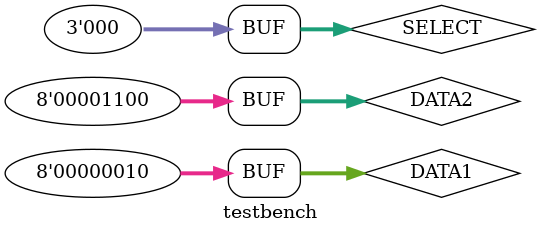
<source format=v>
`include "ALU.v"

module testbench ;
    reg [7:0] DATA1, DATA2; //8-bit registers for inputs DATA1 and Data2
    reg [2:0] SELECT; //3-bit register for input SELECT
    wire [7:0] RESULT; //8-bit wire for output RESULT

    //Creating an instance of alu called aluUnit
    alu aluUnit(DATA1, DATA2, SELECT, RESULT);
    
    initial begin
        $dumpfile("wavedata.vcd");
        $dumpvars(0, testbench);
        $monitor($time,  " DATA1 = %b DATA2 = %b, RESULT = %b\n", DATA1, DATA2, RESULT);
    end

    initial begin
        DATA1 = 8'b0000_0001;
        DATA2 = 8'B0000_0010;
        SELECT = 3'b001;
        #10;

        DATA1 = 8'd12;
        DATA2 = 8'd8;
        SELECT = 3'b010;
        #10;
        
        
        DATA1 = 8'd2;
        DATA2 = 8'd1;
        SELECT = 3'b011;
        #10;

        
        DATA2 = 8'd12;
        SELECT = 3'b000;
        #10;
        

    end
    
endmodule


</source>
